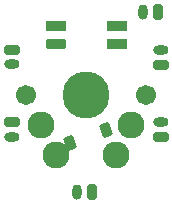
<source format=gbr>
%TF.GenerationSoftware,KiCad,Pcbnew,7.0.5*%
%TF.CreationDate,2024-03-07T22:21:16-05:00*%
%TF.ProjectId,amoebe_streamline,616d6f65-6265-45f7-9374-7265616d6c69,rev?*%
%TF.SameCoordinates,Original*%
%TF.FileFunction,Soldermask,Top*%
%TF.FilePolarity,Negative*%
%FSLAX46Y46*%
G04 Gerber Fmt 4.6, Leading zero omitted, Abs format (unit mm)*
G04 Created by KiCad (PCBNEW 7.0.5) date 2024-03-07 22:21:16*
%MOMM*%
%LPD*%
G01*
G04 APERTURE LIST*
G04 Aperture macros list*
%AMRoundRect*
0 Rectangle with rounded corners*
0 $1 Rounding radius*
0 $2 $3 $4 $5 $6 $7 $8 $9 X,Y pos of 4 corners*
0 Add a 4 corners polygon primitive as box body*
4,1,4,$2,$3,$4,$5,$6,$7,$8,$9,$2,$3,0*
0 Add four circle primitives for the rounded corners*
1,1,$1+$1,$2,$3*
1,1,$1+$1,$4,$5*
1,1,$1+$1,$6,$7*
1,1,$1+$1,$8,$9*
0 Add four rect primitives between the rounded corners*
20,1,$1+$1,$2,$3,$4,$5,0*
20,1,$1+$1,$4,$5,$6,$7,0*
20,1,$1+$1,$6,$7,$8,$9,0*
20,1,$1+$1,$8,$9,$2,$3,0*%
G04 Aperture macros list end*
%ADD10O,0.800000X1.300000*%
%ADD11RoundRect,0.200000X0.200000X0.450000X-0.200000X0.450000X-0.200000X-0.450000X0.200000X-0.450000X0*%
%ADD12C,1.701800*%
%ADD13C,3.987800*%
%ADD14C,2.286000*%
%ADD15O,1.300000X0.800000*%
%ADD16RoundRect,0.200000X0.450000X-0.200000X0.450000X0.200000X-0.450000X0.200000X-0.450000X-0.200000X0*%
%ADD17RoundRect,0.225000X-0.083173X-0.429339X0.339688X-0.275430X0.083173X0.429339X-0.339688X0.275430X0*%
%ADD18RoundRect,0.200000X-0.450000X0.200000X-0.450000X-0.200000X0.450000X-0.200000X0.450000X0.200000X0*%
%ADD19R,1.700000X0.820000*%
%ADD20RoundRect,0.205000X0.645000X0.205000X-0.645000X0.205000X-0.645000X-0.205000X0.645000X-0.205000X0*%
G04 APERTURE END LIST*
D10*
%TO.C,J5*%
X142056800Y-108610400D03*
D11*
X143306800Y-108610400D03*
%TD*%
D12*
%TO.C,S1*%
X147954900Y-100327900D03*
D13*
X142874900Y-100327900D03*
D14*
X140334900Y-105407900D03*
D12*
X137794900Y-100327900D03*
D14*
X146684900Y-102867900D03*
X145414900Y-105407900D03*
X139064900Y-102867900D03*
%TD*%
D15*
%TO.C,J3*%
X149148800Y-96590800D03*
D16*
X149148800Y-97840800D03*
%TD*%
D17*
%TO.C,D1*%
X144552493Y-103321667D03*
X141451507Y-104450333D03*
%TD*%
D18*
%TO.C,J4*%
X136601200Y-102666800D03*
D15*
X136601200Y-103916800D03*
%TD*%
D19*
%TO.C,D2*%
X145435000Y-94512000D03*
X145435000Y-96012000D03*
D20*
X140335000Y-96012000D03*
D19*
X140335000Y-94512000D03*
%TD*%
D16*
%TO.C,J2*%
X149148800Y-103936800D03*
D15*
X149148800Y-102686800D03*
%TD*%
D10*
%TO.C,J6*%
X147695600Y-93370400D03*
D11*
X148945600Y-93370400D03*
%TD*%
D18*
%TO.C,J1*%
X136550400Y-96520000D03*
D15*
X136550400Y-97770000D03*
%TD*%
M02*

</source>
